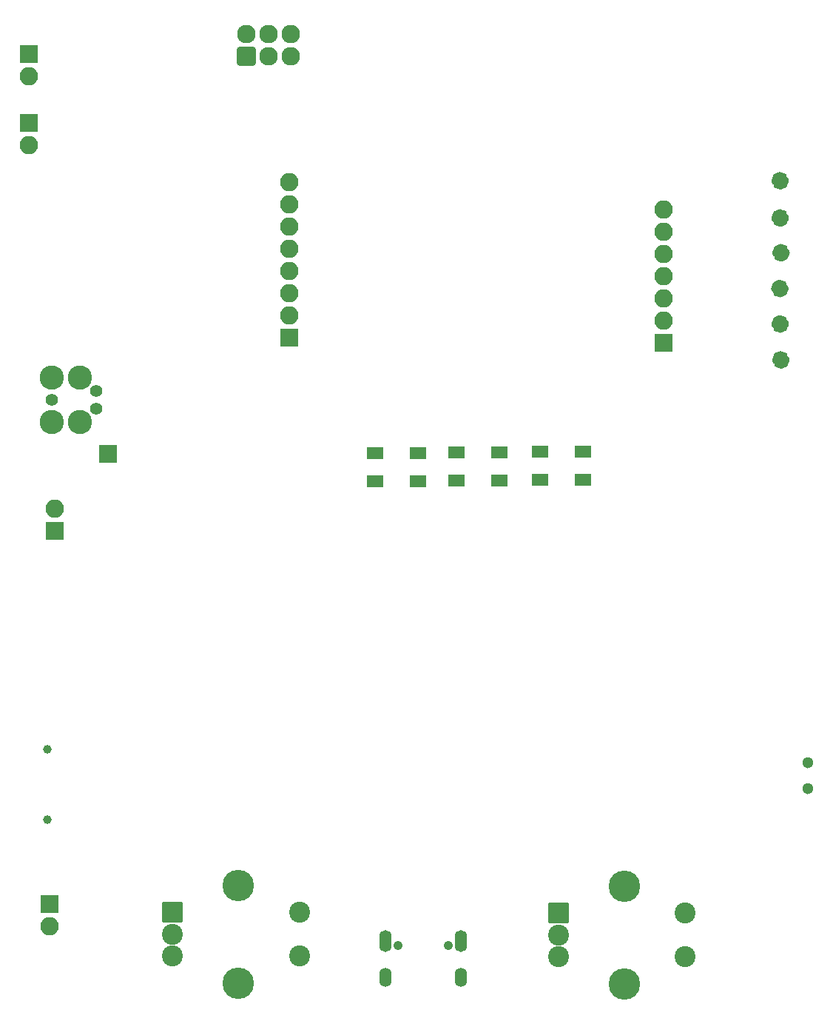
<source format=gbr>
%TF.GenerationSoftware,KiCad,Pcbnew,7.0.7*%
%TF.CreationDate,2023-11-04T20:56:19-05:00*%
%TF.ProjectId,ProjectNeoRogue,50726f6a-6563-4744-9e65-6f526f677565,v1*%
%TF.SameCoordinates,Original*%
%TF.FileFunction,Soldermask,Top*%
%TF.FilePolarity,Negative*%
%FSLAX46Y46*%
G04 Gerber Fmt 4.6, Leading zero omitted, Abs format (unit mm)*
G04 Created by KiCad (PCBNEW 7.0.7) date 2023-11-04 20:56:19*
%MOMM*%
%LPD*%
G01*
G04 APERTURE LIST*
G04 Aperture macros list*
%AMRoundRect*
0 Rectangle with rounded corners*
0 $1 Rounding radius*
0 $2 $3 $4 $5 $6 $7 $8 $9 X,Y pos of 4 corners*
0 Add a 4 corners polygon primitive as box body*
4,1,4,$2,$3,$4,$5,$6,$7,$8,$9,$2,$3,0*
0 Add four circle primitives for the rounded corners*
1,1,$1+$1,$2,$3*
1,1,$1+$1,$4,$5*
1,1,$1+$1,$6,$7*
1,1,$1+$1,$8,$9*
0 Add four rect primitives between the rounded corners*
20,1,$1+$1,$2,$3,$4,$5,0*
20,1,$1+$1,$4,$5,$6,$7,0*
20,1,$1+$1,$6,$7,$8,$9,0*
20,1,$1+$1,$8,$9,$2,$3,0*%
G04 Aperture macros list end*
%ADD10C,1.011665*%
%ADD11O,2.127200X2.127200*%
%ADD12RoundRect,0.200000X-0.863600X0.863600X-0.863600X-0.863600X0.863600X-0.863600X0.863600X0.863600X0*%
%ADD13C,2.127200*%
%ADD14RoundRect,0.200000X-0.750000X-0.500000X0.750000X-0.500000X0.750000X0.500000X-0.750000X0.500000X0*%
%ADD15RoundRect,0.200000X0.850000X0.850000X-0.850000X0.850000X-0.850000X-0.850000X0.850000X-0.850000X0*%
%ADD16O,2.100000X2.100000*%
%ADD17RoundRect,0.200000X-1.000000X-1.000000X1.000000X-1.000000X1.000000X1.000000X-1.000000X1.000000X0*%
%ADD18C,2.400000*%
%ADD19C,3.600000*%
%ADD20RoundRect,0.200000X-0.850000X-0.850000X0.850000X-0.850000X0.850000X0.850000X-0.850000X0.850000X0*%
%ADD21C,2.774900*%
%ADD22C,1.390600*%
%ADD23C,1.000000*%
%ADD24C,1.300000*%
%ADD25C,1.050000*%
%ADD26O,1.400000X2.200000*%
%ADD27O,1.400000X2.500000*%
G04 APERTURE END LIST*
D10*
X211404167Y-65790000D02*
G75*
G03*
X211404167Y-65790000I-505832J0D01*
G01*
X211404167Y-70040000D02*
G75*
G03*
X211404167Y-70040000I-505832J0D01*
G01*
X211504167Y-74020000D02*
G75*
G03*
X211504167Y-74020000I-505832J0D01*
G01*
X211374167Y-78110000D02*
G75*
G03*
X211374167Y-78110000I-505832J0D01*
G01*
X211404167Y-82160000D02*
G75*
G03*
X211404167Y-82160000I-505832J0D01*
G01*
X211485832Y-86270000D02*
G75*
G03*
X211485832Y-86270000I-505832J0D01*
G01*
D11*
%TO.C,X1*%
X149828604Y-48981396D03*
D12*
X149828604Y-51521396D03*
D11*
X152368604Y-48981396D03*
X152368604Y-51521396D03*
D13*
X154908604Y-48981396D03*
X154908604Y-51521396D03*
%TD*%
D14*
%TO.C,D11*%
X173870000Y-96880000D03*
X173870000Y-100080000D03*
X178770000Y-100080000D03*
X178770000Y-96880000D03*
%TD*%
D15*
%TO.C,J7*%
X197540000Y-84320000D03*
D16*
X197540000Y-81780000D03*
X197540000Y-79240000D03*
X197540000Y-76700000D03*
X197540000Y-74160000D03*
X197540000Y-71620000D03*
X197540000Y-69080000D03*
%TD*%
D14*
%TO.C,D1*%
X183410000Y-96800000D03*
X183410000Y-100000000D03*
X188310000Y-100000000D03*
X188310000Y-96800000D03*
%TD*%
D17*
%TO.C,SW9*%
X185560000Y-149520000D03*
D18*
X185560000Y-154520000D03*
X185560000Y-152020000D03*
D19*
X193060000Y-146420000D03*
X193060000Y-157620000D03*
D18*
X200060000Y-154520000D03*
X200060000Y-149520000D03*
%TD*%
D17*
%TO.C,SW10*%
X141380000Y-149440000D03*
D18*
X141380000Y-154440000D03*
X141380000Y-151940000D03*
D19*
X148880000Y-146340000D03*
X148880000Y-157540000D03*
D18*
X155880000Y-154440000D03*
X155880000Y-149440000D03*
%TD*%
D14*
%TO.C,D12*%
X164570000Y-96940000D03*
X164570000Y-100140000D03*
X169470000Y-100140000D03*
X169470000Y-96940000D03*
%TD*%
D15*
%TO.C,J10*%
X133960000Y-96990000D03*
%TD*%
D20*
%TO.C,J9*%
X154690000Y-83760000D03*
D16*
X154690000Y-81220000D03*
X154690000Y-78680000D03*
X154690000Y-76140000D03*
X154690000Y-73600000D03*
X154690000Y-71060000D03*
X154690000Y-68520000D03*
X154690000Y-65980000D03*
%TD*%
D15*
%TO.C,J5*%
X124941000Y-51291000D03*
D16*
X124941000Y-53831000D03*
%TD*%
D21*
%TO.C,J3*%
X127561200Y-88253000D03*
D22*
X127561200Y-90793000D03*
D21*
X127561200Y-93333000D03*
X130736200Y-88253000D03*
X130736200Y-93333000D03*
D22*
X132641200Y-89777000D03*
X132641200Y-91809000D03*
%TD*%
D23*
%TO.C,J2*%
X127050000Y-138820000D03*
X127050000Y-130820000D03*
%TD*%
D20*
%TO.C,J4*%
X127920000Y-105860000D03*
D16*
X127920000Y-103320000D03*
%TD*%
D15*
%TO.C,J1*%
X127320000Y-148480000D03*
D16*
X127320000Y-151020000D03*
%TD*%
D15*
%TO.C,J6*%
X124941000Y-59165000D03*
D16*
X124941000Y-61705000D03*
%TD*%
D24*
%TO.C,SW1*%
X214068604Y-132311396D03*
X214068604Y-135311396D03*
%TD*%
D25*
%TO.C,J8*%
X172950000Y-153230000D03*
X167170000Y-153230000D03*
D26*
X174380000Y-156880000D03*
D27*
X174380000Y-152730000D03*
D26*
X165740000Y-156880000D03*
D27*
X165740000Y-152730000D03*
%TD*%
M02*

</source>
